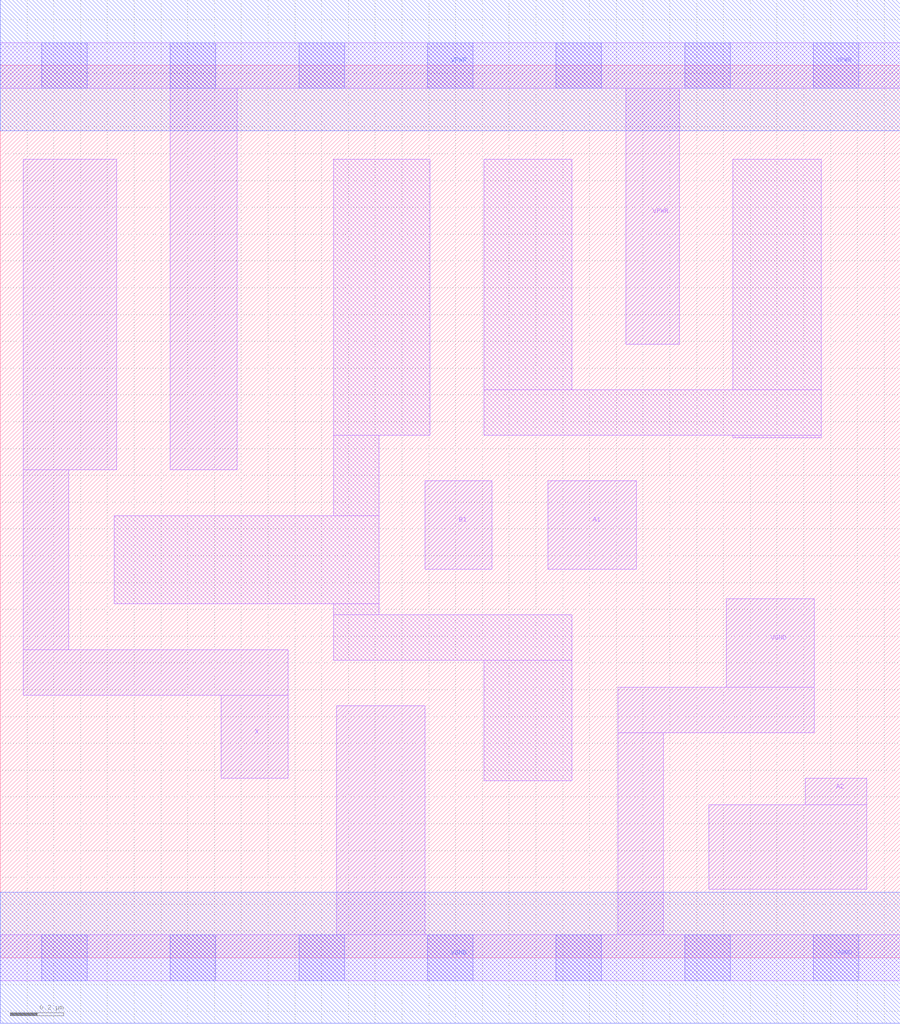
<source format=lef>
# Copyright 2020 The SkyWater PDK Authors
#
# Licensed under the Apache License, Version 2.0 (the "License");
# you may not use this file except in compliance with the License.
# You may obtain a copy of the License at
#
#     https://www.apache.org/licenses/LICENSE-2.0
#
# Unless required by applicable law or agreed to in writing, software
# distributed under the License is distributed on an "AS IS" BASIS,
# WITHOUT WARRANTIES OR CONDITIONS OF ANY KIND, either express or implied.
# See the License for the specific language governing permissions and
# limitations under the License.
#
# SPDX-License-Identifier: Apache-2.0

VERSION 5.7 ;
  NAMESCASESENSITIVE ON ;
  NOWIREEXTENSIONATPIN ON ;
  DIVIDERCHAR "/" ;
  BUSBITCHARS "[]" ;
UNITS
  DATABASE MICRONS 200 ;
END UNITS
MACRO sky130_fd_sc_hs__a21o_1
  CLASS CORE ;
  SOURCE USER ;
  FOREIGN sky130_fd_sc_hs__a21o_1 ;
  ORIGIN  0.000000  0.000000 ;
  SIZE  3.360000 BY  3.330000 ;
  SYMMETRY X Y ;
  SITE unit ;
  PIN A1
    ANTENNAGATEAREA  0.246000 ;
    DIRECTION INPUT ;
    USE SIGNAL ;
    PORT
      LAYER li1 ;
        RECT 2.045000 1.450000 2.375000 1.780000 ;
    END
  END A1
  PIN A2
    ANTENNAGATEAREA  0.246000 ;
    DIRECTION INPUT ;
    USE SIGNAL ;
    PORT
      LAYER li1 ;
        RECT 2.645000 0.255000 3.235000 0.570000 ;
        RECT 3.005000 0.570000 3.235000 0.670000 ;
    END
  END A2
  PIN B1
    ANTENNAGATEAREA  0.246000 ;
    DIRECTION INPUT ;
    USE SIGNAL ;
    PORT
      LAYER li1 ;
        RECT 1.585000 1.450000 1.835000 1.780000 ;
    END
  END B1
  PIN X
    ANTENNADIFFAREA  0.504100 ;
    DIRECTION OUTPUT ;
    USE SIGNAL ;
    PORT
      LAYER li1 ;
        RECT 0.085000 0.980000 1.075000 1.150000 ;
        RECT 0.085000 1.150000 0.255000 1.820000 ;
        RECT 0.085000 1.820000 0.435000 2.980000 ;
        RECT 0.825000 0.670000 1.075000 0.980000 ;
    END
  END X
  PIN VGND
    DIRECTION INOUT ;
    USE GROUND ;
    PORT
      LAYER li1 ;
        RECT 0.000000 -0.085000 3.360000 0.085000 ;
        RECT 1.255000  0.085000 1.585000 0.940000 ;
        RECT 2.305000  0.085000 2.475000 0.840000 ;
        RECT 2.305000  0.840000 3.040000 1.010000 ;
        RECT 2.710000  1.010000 3.040000 1.340000 ;
      LAYER mcon ;
        RECT 0.155000 -0.085000 0.325000 0.085000 ;
        RECT 0.635000 -0.085000 0.805000 0.085000 ;
        RECT 1.115000 -0.085000 1.285000 0.085000 ;
        RECT 1.595000 -0.085000 1.765000 0.085000 ;
        RECT 2.075000 -0.085000 2.245000 0.085000 ;
        RECT 2.555000 -0.085000 2.725000 0.085000 ;
        RECT 3.035000 -0.085000 3.205000 0.085000 ;
      LAYER met1 ;
        RECT 0.000000 -0.245000 3.360000 0.245000 ;
    END
  END VGND
  PIN VPWR
    DIRECTION INOUT ;
    USE POWER ;
    PORT
      LAYER li1 ;
        RECT 0.000000 3.245000 3.360000 3.415000 ;
        RECT 0.635000 1.820000 0.885000 3.245000 ;
        RECT 2.335000 2.290000 2.535000 3.245000 ;
      LAYER mcon ;
        RECT 0.155000 3.245000 0.325000 3.415000 ;
        RECT 0.635000 3.245000 0.805000 3.415000 ;
        RECT 1.115000 3.245000 1.285000 3.415000 ;
        RECT 1.595000 3.245000 1.765000 3.415000 ;
        RECT 2.075000 3.245000 2.245000 3.415000 ;
        RECT 2.555000 3.245000 2.725000 3.415000 ;
        RECT 3.035000 3.245000 3.205000 3.415000 ;
      LAYER met1 ;
        RECT 0.000000 3.085000 3.360000 3.575000 ;
    END
  END VPWR
  OBS
    LAYER li1 ;
      RECT 0.425000 1.320000 1.415000 1.650000 ;
      RECT 1.245000 1.110000 2.135000 1.280000 ;
      RECT 1.245000 1.280000 1.415000 1.320000 ;
      RECT 1.245000 1.650000 1.415000 1.950000 ;
      RECT 1.245000 1.950000 1.605000 2.980000 ;
      RECT 1.805000 0.660000 2.135000 1.110000 ;
      RECT 1.805000 1.950000 3.065000 2.120000 ;
      RECT 1.805000 2.120000 2.135000 2.980000 ;
      RECT 2.735000 1.940000 3.065000 1.950000 ;
      RECT 2.735000 2.120000 3.065000 2.980000 ;
  END
END sky130_fd_sc_hs__a21o_1

</source>
